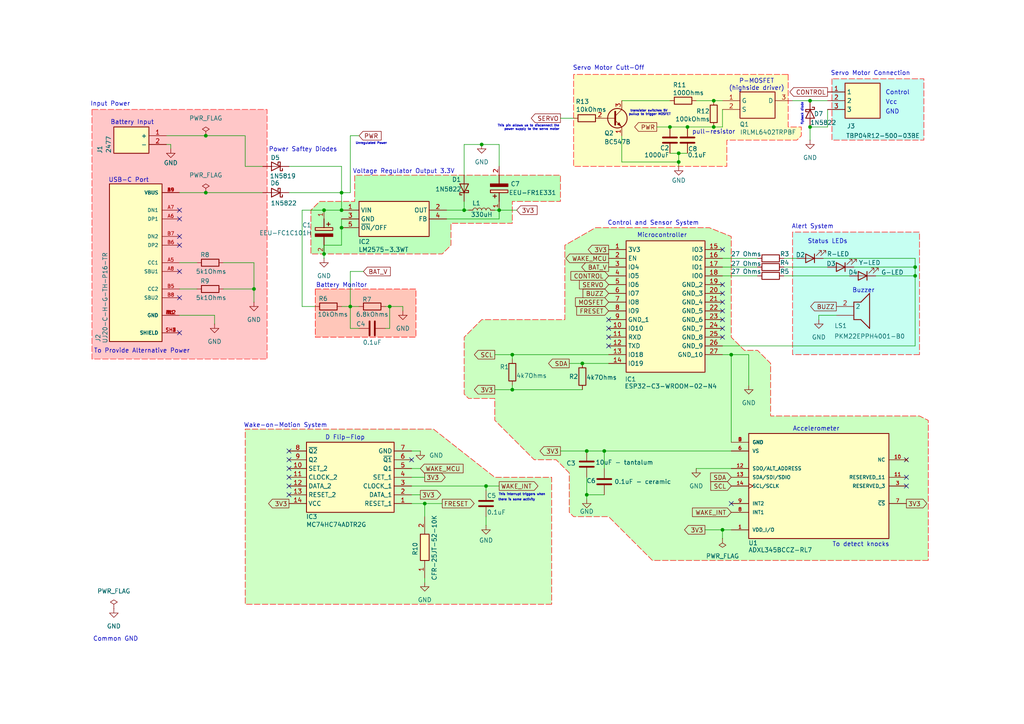
<source format=kicad_sch>
(kicad_sch (version 20250114) (generator "eeschema") (generator_version "9.0")
  (paper "A4")
  (title_block (title "KnockLockSchematic") (date "2025-10-26") (rev "1.3") (company "HSRW") (comment 1 "Group 04"))
  (lib_symbols
    (symbol "ADXL345BCCZ-RL7:ADXL345BCCZ-RL7" (pin_names (offset 1.016))
      (property "Reference" "U1" (at 0 -20.32 0))
      (property "Value" "ADXL345BCCZ-RL7" (at 0 -17.78 0))
      (symbol "ADXL345BCCZ-RL7_0_0"
        (pin input line (at -25.4 5.08 0) (length 5.08) (name "~{CS}") (number "7"))
        (pin passive line (at -25.4 0 0) (length 5.08) (name "RESERVED_3") (number "3"))
        (pin passive line (at -25.4 -2.54 0) (length 5.08) (name "RESERVED_11") (number "11"))
        (pin no_connect line (at -25.4 -7.62 0) (length 5.08) (name "NC") (number "10"))
        (pin power_in line (at 25.4 12.7 180) (length 5.08) (name "VDD_I/O") (number "1"))
        (pin output line (at 25.4 7.62 180) (length 5.08) (name "INT1") (number "8"))
        (pin output line (at 25.4 5.08 180) (length 5.08) (name "INT2") (number "9"))
        (pin bidirectional clock (at 25.4 0 180) (length 5.08) (name "SCL/SCLK") (number "14"))
        (pin bidirectional line (at 25.4 -2.54 180) (length 5.08) (name "SDA/SDI/SDIO") (number "13"))
        (pin bidirectional line (at 25.4 -5.08 180) (length 5.08) (name "SDO/ALT_ADDRESS") (number "12"))
        (pin power_in line (at 25.4 -10.16 180) (length 5.08) (name "VS") (number "6"))
        (pin power_in line (at 25.4 -12.7 180) (length 5.08) (name "GND") (number "2"))
        (pin power_in line (at 25.4 -12.7 180) (length 5.08) (name "GND") (number "4"))
        (pin power_in line (at 25.4 -12.7 180) (length 5.08) (name "GND") (number "5"))
      )
    )
    (symbol "Device:C" (pin_numbers (hide yes)) (pin_names (offset 0.254))
      (property "Reference" "C" (at 0.635 2.54 0))
      (property "Value" "C" (at 0.635 -2.54 0))
      (symbol "C_1_1"
        (pin passive line (at 0 3.81 270) (length 2.794) (name "~") (number "1"))
        (pin passive line (at 0 -3.81 90) (length 2.794) (name "~") (number "2"))
      )
    )
    (symbol "Device:L" (pin_numbers (hide yes)) (pin_names (offset 1.016) (hide yes))
      (property "Reference" "L" (at -1.27 0 90))
      (property "Value" "L" (at 1.905 0 90))
      (symbol "L_1_1"
        (pin passive line (at 0 3.81 270) (length 1.27) (name "1") (number "1"))
        (pin passive line (at 0 -3.81 90) (length 1.27) (name "2") (number "2"))
      )
    )
    (symbol "Device:LED" (pin_numbers (hide yes)) (pin_names (offset 1.016) (hide yes))
      (property "Reference" "D" (at 0 2.54 0))
      (property "Value" "LED" (at 0 -2.54 0))
      (symbol "LED_1_1"
        (pin passive line (at -3.81 0 0) (length 2.54) (name "K") (number "1"))
        (pin passive line (at 3.81 0 180) (length 2.54) (name "A") (number "2"))
      )
    )
    (symbol "Device:R" (pin_numbers (hide yes)) (pin_names (offset 0))
      (property "Reference" "R" (at 2.032 0 90))
      (property "Value" "R" (at 0 0 90))
      (symbol "R_1_1"
        (pin passive line (at 0 3.81 270) (length 1.27) (name "~") (number "1"))
        (pin passive line (at 0 -3.81 90) (length 1.27) (name "~") (number "2"))
      )
    )
    (symbol "Diode:1N5819" (pin_numbers (hide yes)) (pin_names (offset 1.016) (hide yes))
      (property "Reference" "D" (at 0 2.54 0))
      (property "Value" "1N5819" (at 0 -2.54 0))
      (symbol "1N5819_1_1"
        (pin passive line (at -3.81 0 0) (length 2.54) (name "K") (number "1"))
        (pin passive line (at 3.81 0 180) (length 2.54) (name "A") (number "2"))
      )
    )
    (symbol "Diode:1N5822" (pin_numbers (hide yes)) (pin_names (offset 1.016) (hide yes))
      (property "Reference" "D" (at 0 2.54 0))
      (property "Value" "1N5822" (at 0 -2.54 0))
      (symbol "1N5822_1_1"
        (pin passive line (at -3.81 0 0) (length 2.54) (name "K") (number "1"))
        (pin passive line (at 3.81 0 180) (length 2.54) (name "A") (number "2"))
      )
    )
    (symbol "SamacSys_Parts:2477"
      (property "Reference" "J" (at 16.51 7.62 0))
      (property "Value" "2477" (at 16.51 5.08 0))
      (symbol "2477_1_1"
        (pin passive line (at 0 0 0) (length 5.08) (name "-") (number "2"))
        (pin passive line (at 0 -2.54 0) (length 5.08) (name "+") (number "1"))
      )
    )
    (symbol "SamacSys_Parts:CFR-25JT-52-10K" (pin_names (hide yes))
      (property "Reference" "R" (at 13.97 6.35 0))
      (property "Value" "CFR-25JT-52-10K" (at 13.97 3.81 0))
      (symbol "CFR-25JT-52-10K_1_1"
        (pin passive line (at 0 0 0) (length 5.08) (name "1") (number "1"))
        (pin passive line (at 17.78 0 180) (length 5.08) (name "2") (number "2"))
      )
    )
    (symbol "SamacSys_Parts:EEU-FC1C101H" (pin_names (hide yes))
      (property "Reference" "C" (at 8.89 6.35 0))
      (property "Value" "EEU-FC1C101H" (at 8.89 3.81 0))
      (symbol "EEU-FC1C101H_1_1"
        (pin passive line (at 0 0 0) (length 2.54) (name "+") (number "1"))
        (pin passive line (at 12.7 0 180) (length 2.54) (name "-") (number "2"))
      )
    )
    (symbol "SamacSys_Parts:EEU-FR1E331" (pin_names (hide yes))
      (property "Reference" "C" (at 8.89 6.35 0))
      (property "Value" "EEU-FR1E331" (at 8.89 3.81 0))
      (symbol "EEU-FR1E331_1_1"
        (pin passive line (at 0 0 0) (length 2.54) (name "+") (number "1"))
        (pin passive line (at 12.7 0 180) (length 2.54) (name "-") (number "2"))
      )
    )
    (symbol "SamacSys_Parts:ESP32-C3-WROOM-02-N4"
      (property "Reference" "IC" (at 29.21 7.62 0))
      (property "Value" "ESP32-C3-WROOM-02-N4" (at 29.21 5.08 0))
      (symbol "ESP32-C3-WROOM-02-N4_1_1"
        (pin passive line (at 0 0 0) (length 5.08) (name "3V3") (number "1"))
        (pin passive line (at 0 -2.54 0) (length 5.08) (name "EN") (number "2"))
        (pin passive line (at 0 -5.08 0) (length 5.08) (name "IO4") (number "3"))
        (pin passive line (at 0 -7.62 0) (length 5.08) (name "IO5") (number "4"))
        (pin passive line (at 0 -10.16 0) (length 5.08) (name "IO6") (number "5"))
        (pin passive line (at 0 -12.7 0) (length 5.08) (name "IO7") (number "6"))
        (pin passive line (at 0 -15.24 0) (length 5.08) (name "IO8") (number "7"))
        (pin passive line (at 0 -17.78 0) (length 5.08) (name "IO9") (number "8"))
        (pin passive line (at 0 -20.32 0) (length 5.08) (name "GND_1") (number "9"))
        (pin passive line (at 0 -22.86 0) (length 5.08) (name "IO10") (number "10"))
        (pin passive line (at 0 -25.4 0) (length 5.08) (name "RXD") (number "11"))
        (pin passive line (at 0 -27.94 0) (length 5.08) (name "TXD") (number "12"))
        (pin passive line (at 0 -30.48 0) (length 5.08) (name "IO18") (number "13"))
        (pin passive line (at 0 -33.02 0) (length 5.08) (name "IO19") (number "14"))
        (pin passive line (at 33.02 0 180) (length 5.08) (name "IO3") (number "15"))
        (pin passive line (at 33.02 -2.54 180) (length 5.08) (name "IO2") (number "16"))
        (pin passive line (at 33.02 -5.08 180) (length 5.08) (name "IO1") (number "17"))
        (pin passive line (at 33.02 -7.62 180) (length 5.08) (name "IO0") (number "18"))
        (pin passive line (at 33.02 -10.16 180) (length 5.08) (name "GND_2") (number "19"))
        (pin passive line (at 33.02 -12.7 180) (length 5.08) (name "GND_3") (number "20"))
        (pin passive line (at 33.02 -15.24 180) (length 5.08) (name "GND_4") (number "21"))
        (pin passive line (at 33.02 -17.78 180) (length 5.08) (name "GND_5") (number "22"))
        (pin passive line (at 33.02 -20.32 180) (length 5.08) (name "GND_6") (number "23"))
        (pin passive line (at 33.02 -22.86 180) (length 5.08) (name "GND_7") (number "24"))
        (pin passive line (at 33.02 -25.4 180) (length 5.08) (name "GND_8") (number "25"))
        (pin passive line (at 33.02 -27.94 180) (length 5.08) (name "GND_9") (number "26"))
        (pin passive line (at 33.02 -30.48 180) (length 5.08) (name "GND_10") (number "27"))
      )
    )
    (symbol "SamacSys_Parts:IRLML6402TRPBF"
      (property "Reference" "Q" (at 16.51 7.62 0))
      (property "Value" "IRLML6402TRPBF" (at 16.51 5.08 0))
      (symbol "IRLML6402TRPBF_1_1"
        (pin passive line (at 0 0 0) (length 5.08) (name "G") (number "1"))
        (pin passive line (at 0 -2.54 0) (length 5.08) (name "S") (number "2"))
        (pin passive line (at 20.32 0 180) (length 5.08) (name "D") (number "3"))
      )
    )
    (symbol "SamacSys_Parts:LM2575-3.3WT"
      (property "Reference" "IC" (at 26.67 7.62 0))
      (property "Value" "LM2575-3.3WT" (at 26.67 5.08 0))
      (symbol "LM2575-3.3WT_1_1"
        (pin passive line (at 0 0 0) (length 5.08) (name "VIN") (number "1"))
        (pin passive line (at 0 -2.54 0) (length 5.08) (name "GND") (number "3"))
        (pin passive line (at 0 -5.08 0) (length 5.08) (name "~{ON}/OFF") (number "5"))
        (pin passive line (at 30.48 0 180) (length 5.08) (name "OUT") (number "2"))
        (pin passive line (at 30.48 -2.54 180) (length 5.08) (name "FB") (number "4"))
      )
    )
    (symbol "SamacSys_Parts:MC74HC74ADTR2G"
      (property "Reference" "IC" (at 31.75 7.62 0))
      (property "Value" "MC74HC74ADTR2G" (at 31.75 5.08 0))
      (symbol "MC74HC74ADTR2G_1_1"
        (pin passive line (at 0 0 0) (length 5.08) (name "RESET_1") (number "1"))
        (pin passive line (at 0 -2.54 0) (length 5.08) (name "DATA_1") (number "2"))
        (pin passive line (at 0 -5.08 0) (length 5.08) (name "CLOCK_1") (number "3"))
        (pin passive line (at 0 -7.62 0) (length 5.08) (name "SET_1") (number "4"))
        (pin passive line (at 0 -10.16 0) (length 5.08) (name "Q1") (number "5"))
        (pin passive line (at 0 -12.7 0) (length 5.08) (name "~{Q1}") (number "6"))
        (pin passive line (at 0 -15.24 0) (length 5.08) (name "GND") (number "7"))
        (pin passive line (at 35.56 0 180) (length 5.08) (name "VCC") (number "14"))
        (pin passive line (at 35.56 -2.54 180) (length 5.08) (name "RESET_2") (number "13"))
        (pin passive line (at 35.56 -5.08 180) (length 5.08) (name "DATA_2") (number "12"))
        (pin passive line (at 35.56 -7.62 180) (length 5.08) (name "CLOCK_2") (number "11"))
        (pin passive line (at 35.56 -10.16 180) (length 5.08) (name "SET_2") (number "10"))
        (pin passive line (at 35.56 -12.7 180) (length 5.08) (name "Q2") (number "9"))
        (pin passive line (at 35.56 -15.24 180) (length 5.08) (name "~{Q2}") (number "8"))
      )
    )
    (symbol "SamacSys_Parts:PKM22EPPH4001-B0"
      (property "Reference" "LS" (at 11.43 0 0))
      (property "Value" "PKM22EPPH4001-B0" (at 11.43 -2.54 0))
      (symbol "PKM22EPPH4001-B0_1_1"
        (pin passive line (at 0 0 0) (length 5.08) (name "2") (number "2"))
        (pin passive line (at 0 -2.54 0) (length 5.08) (name "") (number ""))
      )
    )
    (symbol "SamacSys_Parts:TBP04R12-500-03BE"
      (property "Reference" "J" (at 16.51 7.62 0))
      (property "Value" "TBP04R12-500-03BE" (at 16.51 5.08 0))
      (symbol "TBP04R12-500-03BE_1_1"
        (pin passive line (at 0 0 0) (length 5.08) (name "1") (number "1"))
        (pin passive line (at 0 -2.54 0) (length 5.08) (name "2") (number "2"))
        (pin passive line (at 0 -5.08 0) (length 5.08) (name "3") (number "3"))
      )
    )
    (symbol "Transistor_BJT:2N3904" (pin_names (offset 0) (hide yes))
      (property "Reference" "Q" (at 5.08 1.905 0))
      (property "Value" "2N3904" (at 5.08 0 0))
      (symbol "2N3904_1_1"
        (pin input line (at -5.08 0 0) (length 2.54) (name "B") (number "2"))
        (pin passive line (at 2.54 5.08 270) (length 2.54) (name "C") (number "3"))
        (pin passive line (at 2.54 -5.08 90) (length 2.54) (name "E") (number "1"))
      )
    )
    (symbol "UJ20-C-H-G-TH-P16-TR:UJ20-C-H-G-TH-P16-TR" (pin_names (offset 1.016))
      (property "Reference" "J" (at -7.62 23.622 0))
      (property "Value" "UJ20-C-H-G-TH-P16-TR" (at -7.62 -23.622 0))
      (symbol "UJ20-C-H-G-TH-P16-TR_0_0"
        (pin power_in line (at 12.7 20.32 180) (length 5.08) (name "VBUS") (number "A4"))
        (pin power_in line (at 12.7 20.32 180) (length 5.08) (name "VBUS") (number "A9"))
        (pin power_in line (at 12.7 20.32 180) (length 5.08) (name "VBUS") (number "B4"))
        (pin power_in line (at 12.7 20.32 180) (length 5.08) (name "VBUS") (number "B9"))
        (pin passive line (at 12.7 15.24 180) (length 5.08) (name "DN1") (number "A7"))
        (pin passive line (at 12.7 12.7 180) (length 5.08) (name "DP1") (number "A6"))
        (pin passive line (at 12.7 7.62 180) (length 5.08) (name "DN2") (number "B7"))
        (pin passive line (at 12.7 5.08 180) (length 5.08) (name "DP2") (number "B6"))
        (pin passive line (at 12.7 0 180) (length 5.08) (name "CC1") (number "A5"))
        (pin passive line (at 12.7 -2.54 180) (length 5.08) (name "SBU1") (number "A8"))
        (pin passive line (at 12.7 -7.62 180) (length 5.08) (name "CC2") (number "B5"))
        (pin passive line (at 12.7 -10.16 180) (length 5.08) (name "SBU2") (number "B8"))
        (pin power_in line (at 12.7 -15.24 180) (length 5.08) (name "GND") (number "A1"))
        (pin power_in line (at 12.7 -15.24 180) (length 5.08) (name "GND") (number "A12"))
        (pin power_in line (at 12.7 -15.24 180) (length 5.08) (name "GND") (number "B1"))
        (pin power_in line (at 12.7 -15.24 180) (length 5.08) (name "GND") (number "B12"))
        (pin passive line (at 12.7 -20.32 180) (length 5.08) (name "SHIELD") (number "SH1"))
        (pin passive line (at 12.7 -20.32 180) (length 5.08) (name "SHIELD") (number "SH2"))
        (pin passive line (at 12.7 -20.32 180) (length 5.08) (name "SHIELD") (number "SH3"))
        (pin passive line (at 12.7 -20.32 180) (length 5.08) (name "SHIELD") (number "SH4"))
      )
    )
    (symbol "power:GND" (power) (pin_numbers (hide yes)) (pin_names (offset 0) (hide yes))
      (property "Value" "GND" (at 0 -3.81 0))
      (symbol "GND_1_1"
        (pin power_in line (at 0 0 270) (length 0) (name "~") (number "1"))
      )
    )
    (symbol "power:PWR_FLAG" (power) (pin_numbers (hide yes)) (pin_names (offset 0) (hide yes))
      (property "Value" "PWR_FLAG" (at 0 3.81 0))
      (symbol "PWR_FLAG_0_0"
        (pin power_out line (at 0 0 90) (length 0) (name "~") (number "1"))
      )
    )
  )
  (text "D Flip-Flop\n" (at 100.076 127 0) (effects (font (size 1.27 1.27))))
  (text "Voltage Regulator Output 3.3V" (at 117.094 49.784 0) (effects (font (size 1.27 1.27))))
  (text "Power Saftey Diodes" (at 87.884 43.434 0) (effects (font (size 1.27 1.27))))
  (text "there is some activity" (at 149.86 145.034 0) (effects (font (size 0.635 0.635))))
  (text "Vcc\n" (at 258.572 29.718 0) (effects (font (size 1.27 1.27))))
  (text "Battery Input" (at 38.354 35.56 0) (effects (font (size 1.27 1.27))))
  (text "P-MOSFET\n(highside driver)\n" (at 219.456 24.638 0) (effects (font (size 1.27 1.27))))
  (text "This interrupt triggers when" (at 151.384 143.51 0) (effects (font (size 0.635 0.635))))
  (text "Control and Sensor System" (at 189.484 64.77 0) (effects (font (size 1.27 1.27))))
  (text "To detect knocks" (at 249.682 157.988 0) (effects (font (size 1.27 1.27))))
  (text "Control\n" (at 260.35 26.924 0) (effects (font (size 1.27 1.27))))
  (text "flyback diode" (at 232.664 33.02 90) (effects (font (size 0.635 0.635))))
  (text "Common GND" (at 33.528 185.42 0) (effects (font (size 1.27 1.27))))
  (text "Wake-on-Motion System" (at 82.804 123.444 0) (effects (font (size 1.27 1.27))))
  (text "Unregulated Power" (at 107.696 41.656 0) (effects (font (size 0.635 0.635))))
  (text "Servo Motor Cutt-Off\n" (at 176.53 19.812 0) (effects (font (size 1.27 1.27))))
  (text "GND\n" (at 258.826 32.512 0) (effects (font (size 1.27 1.27))))
  (text "Buzzer\n" (at 250.444 84.328 0) (effects (font (size 1.27 1.27))))
  (text "transistor switches 5V \npullup to trigger MOSFET" (at 188.468 32.766 0) (effects (font (size 0.635 0.635))))
  (text "Alert System" (at 235.712 65.786 0) (effects (font (size 1.27 1.27))))
  (text "Servo Motor Connection\n" (at 252.476 21.336 0) (effects (font (size 1.27 1.27))))
  (text "This pin allows us to disconnect the\npower supply to the servo motor" (at 162.306 37.084 0) (effects (font (size 0.635 0.635)) (justify right)))
  (text "Input Power" (at 32.004 30.226 0) (effects (font (size 1.27 1.27))))
  (text "Microcontroller" (at 192.024 68.326 0) (effects (font (size 1.27 1.27))))
  (text "Accelerometer" (at 236.728 124.46 0) (effects (font (size 1.27 1.27))))
  (text "Battery Monitor" (at 99.06 82.804 0) (effects (font (size 1.27 1.27))))
  (text "Status LEDs" (at 240.03 70.104 0) (effects (font (size 1.27 1.27))))
  (text "To Provide Alternative Power" (at 41.148 101.854 0) (effects (font (size 1.27 1.27))))
  (text "USB-C Port" (at 37.338 52.324 0) (effects (font (size 1.27 1.27))))
  (text "pull-resistor" (at 207.01 38.354 0) (effects (font (size 1.27 1.27))))
  (junction (at 265.43 77.47))
  (junction (at 73.66 83.82))
  (junction (at 175.26 130.81))
  (junction (at 265.43 80.01))
  (junction (at 139.7 41.91))
  (junction (at 199.39 36.83))
  (junction (at 140.97 140.97))
  (junction (at 209.55 153.67))
  (junction (at 93.98 60.96))
  (junction (at 194.31 36.83))
  (junction (at 123.19 146.05))
  (junction (at 234.95 36.83))
  (junction (at 170.18 143.51))
  (junction (at 113.03 88.9))
  (junction (at 168.91 105.41))
  (junction (at 99.06 55.88))
  (junction (at 99.06 60.96))
  (junction (at 101.6 88.9))
  (junction (at 59.69 39.37))
  (junction (at 93.98 73.66))
  (junction (at 144.78 60.96))
  (junction (at 207.01 29.21))
  (junction (at 196.85 46.99))
  (junction (at 170.18 130.81))
  (junction (at 134.62 60.96))
  (junction (at 99.06 66.04))
  (junction (at 234.95 29.21))
  (junction (at 212.09 102.87))
  (junction (at 196.85 44.45))
  (junction (at 148.59 102.87))
  (junction (at 148.59 113.03))
  (junction (at 59.69 55.88))
  (junction (at 207.01 36.83))
  (no_connect (at 176.53 100.33))
  (no_connect (at 176.53 97.79))
  (no_connect (at 83.82 138.43))
  (no_connect (at 52.07 71.12))
  (no_connect (at 209.55 82.55))
  (no_connect (at 52.07 86.36))
  (no_connect (at 209.55 95.25))
  (no_connect (at 52.07 60.96))
  (no_connect (at 262.89 138.43))
  (no_connect (at 52.07 96.52))
  (no_connect (at 176.53 92.71))
  (no_connect (at 209.55 87.63))
  (no_connect (at 176.53 95.25))
  (no_connect (at 209.55 72.39))
  (no_connect (at 52.07 63.5))
  (no_connect (at 209.55 97.79))
  (no_connect (at 262.89 133.35))
  (no_connect (at 209.55 90.17))
  (no_connect (at 83.82 130.81))
  (no_connect (at 209.55 85.09))
  (no_connect (at 52.07 68.58))
  (no_connect (at 209.55 92.71))
  (no_connect (at 83.82 135.89))
  (no_connect (at 83.82 140.97))
  (no_connect (at 52.07 78.74))
  (no_connect (at 212.09 146.05))
  (no_connect (at 262.89 140.97))
  (no_connect (at 83.82 143.51))
  (no_connect (at 83.82 133.35))
  (no_connect (at 119.38 133.35))
  (wire (pts (xy 52.07 76.2) (xy 57.15 76.2)))
  (wire (pts (xy 227.33 74.93) (xy 231.14 74.93)))
  (wire (pts (xy 180.34 39.37) (xy 180.34 46.99)))
  (wire (pts (xy 49.53 41.91) (xy 49.53 43.18)))
  (wire (pts (xy 73.66 76.2) (xy 73.66 83.82)))
  (wire (pts (xy 207.01 29.21) (xy 209.55 29.21)))
  (wire (pts (xy 119.38 135.89) (xy 121.92 135.89)))
  (wire (pts (xy 99.06 71.12) (xy 99.06 66.04)))
  (wire (pts (xy 196.85 48.26) (xy 196.85 46.99)))
  (wire (pts (xy 172.72 34.29) (xy 173.99 34.29)))
  (wire (pts (xy 111.76 95.25) (xy 113.03 95.25)))
  (wire (pts (xy 73.66 83.82) (xy 64.77 83.82)))
  (wire (pts (xy 134.62 41.91) (xy 139.7 41.91)))
  (wire (pts (xy 83.82 48.26) (xy 99.06 48.26)))
  (wire (pts (xy 143.51 102.87) (xy 148.59 102.87)))
  (wire (pts (xy 52.07 91.44) (xy 62.23 91.44)))
  (wire (pts (xy 175.26 143.51) (xy 170.18 143.51)))
  (wire (pts (xy 140.97 152.4) (xy 140.97 149.86)))
  (wire (pts (xy 99.06 60.96) (xy 93.98 60.96)))
  (wire (pts (xy 209.55 80.01) (xy 219.71 80.01)))
  (wire (pts (xy 148.59 111.76) (xy 148.59 113.03)))
  (wire (pts (xy 71.12 48.26) (xy 76.2 48.26)))
  (wire (pts (xy 165.1 105.41) (xy 168.91 105.41)))
  (wire (pts (xy 240.03 36.83) (xy 234.95 36.83)))
  (wire (pts (xy 162.56 34.29) (xy 166.37 34.29)))
  (wire (pts (xy 99.06 71.12) (xy 93.98 71.12)))
  (wire (pts (xy 119.38 146.05) (xy 123.19 146.05)))
  (wire (pts (xy 207.01 36.83) (xy 209.55 36.83)))
  (wire (pts (xy 144.78 60.96) (xy 144.78 63.5)))
  (wire (pts (xy 87.63 60.96) (xy 93.98 60.96)))
  (wire (pts (xy 140.97 140.97) (xy 140.97 142.24)))
  (wire (pts (xy 170.18 144.78) (xy 170.18 143.51)))
  (wire (pts (xy 194.31 36.83) (xy 199.39 36.83)))
  (wire (pts (xy 148.59 104.14) (xy 148.59 102.87)))
  (wire (pts (xy 101.6 39.37) (xy 104.14 39.37)))
  (wire (pts (xy 64.77 76.2) (xy 73.66 76.2)))
  (wire (pts (xy 180.34 46.99) (xy 196.85 46.99)))
  (wire (pts (xy 254 80.01) (xy 265.43 80.01)))
  (wire (pts (xy 129.54 63.5) (xy 144.78 63.5)))
  (wire (pts (xy 170.18 130.81) (xy 175.26 130.81)))
  (wire (pts (xy 217.17 102.87) (xy 217.17 111.76)))
  (wire (pts (xy 52.07 83.82) (xy 57.15 83.82)))
  (wire (pts (xy 111.76 88.9) (xy 113.03 88.9)))
  (wire (pts (xy 99.06 48.26) (xy 99.06 55.88)))
  (wire (pts (xy 168.91 105.41) (xy 176.53 105.41)))
  (wire (pts (xy 144.78 60.96) (xy 149.86 60.96)))
  (wire (pts (xy 148.59 113.03) (xy 143.51 113.03)))
  (wire (pts (xy 134.62 58.42) (xy 134.62 60.96)))
  (wire (pts (xy 238.76 74.93) (xy 265.43 74.93)))
  (wire (pts (xy 148.59 102.87) (xy 176.53 102.87)))
  (wire (pts (xy 105.41 78.74) (xy 101.6 78.74)))
  (wire (pts (xy 175.26 135.89) (xy 175.26 130.81)))
  (wire (pts (xy 234.95 36.83) (xy 234.95 40.64)))
  (wire (pts (xy 134.62 41.91) (xy 134.62 50.8)))
  (wire (pts (xy 209.55 153.67) (xy 212.09 153.67)))
  (wire (pts (xy 99.06 88.9) (xy 101.6 88.9)))
  (wire (pts (xy 123.19 138.43) (xy 119.38 138.43)))
  (wire (pts (xy 71.12 39.37) (xy 71.12 48.26)))
  (wire (pts (xy 93.98 71.12) (xy 93.98 73.66)))
  (wire (pts (xy 139.7 41.91) (xy 144.78 41.91)))
  (wire (pts (xy 204.47 153.67) (xy 209.55 153.67)))
  (wire (pts (xy 73.66 87.63) (xy 73.66 83.82)))
  (wire (pts (xy 119.38 143.51) (xy 121.92 143.51)))
  (wire (pts (xy 119.38 140.97) (xy 140.97 140.97)))
  (wire (pts (xy 101.6 55.88) (xy 101.6 39.37)))
  (wire (pts (xy 135.89 60.96) (xy 134.62 60.96)))
  (wire (pts (xy 101.6 78.74) (xy 101.6 88.9)))
  (wire (pts (xy 101.6 95.25) (xy 101.6 88.9)))
  (wire (pts (xy 201.93 29.21) (xy 207.01 29.21)))
  (wire (pts (xy 87.63 88.9) (xy 91.44 88.9)))
  (wire (pts (xy 101.6 88.9) (xy 104.14 88.9)))
  (wire (pts (xy 116.84 88.9) (xy 116.84 90.17)))
  (wire (pts (xy 247.65 77.47) (xy 265.43 77.47)))
  (wire (pts (xy 87.63 60.96) (xy 87.63 88.9)))
  (wire (pts (xy 180.34 29.21) (xy 194.31 29.21)))
  (wire (pts (xy 123.19 167.64) (xy 123.19 168.91)))
  (wire (pts (xy 144.78 41.91) (xy 144.78 48.26)))
  (wire (pts (xy 209.55 36.83) (xy 209.55 31.75)))
  (wire (pts (xy 199.39 36.83) (xy 207.01 36.83)))
  (wire (pts (xy 104.14 95.25) (xy 101.6 95.25)))
  (wire (pts (xy 209.55 100.33) (xy 265.43 100.33)))
  (wire (pts (xy 196.85 44.45) (xy 199.39 44.45)))
  (wire (pts (xy 265.43 77.47) (xy 265.43 80.01)))
  (wire (pts (xy 93.98 73.66) (xy 93.98 74.93)))
  (wire (pts (xy 123.19 146.05) (xy 128.27 146.05)))
  (wire (pts (xy 113.03 88.9) (xy 116.84 88.9)))
  (wire (pts (xy 242.57 91.44) (xy 237.49 91.44)))
  (wire (pts (xy 175.26 130.81) (xy 212.09 130.81)))
  (wire (pts (xy 148.59 113.03) (xy 168.91 113.03)))
  (wire (pts (xy 113.03 95.25) (xy 113.03 88.9)))
  (wire (pts (xy 217.17 102.87) (xy 212.09 102.87)))
  (wire (pts (xy 62.23 91.44) (xy 62.23 93.98)))
  (wire (pts (xy 196.85 46.99) (xy 196.85 44.45)))
  (wire (pts (xy 144.78 60.96) (xy 143.51 60.96)))
  (wire (pts (xy 201.93 135.89) (xy 212.09 135.89)))
  (wire (pts (xy 101.6 55.88) (xy 99.06 55.88)))
  (wire (pts (xy 209.55 74.93) (xy 219.71 74.93)))
  (wire (pts (xy 229.87 29.21) (xy 234.95 29.21)))
  (wire (pts (xy 240.03 31.75) (xy 240.03 36.83)))
  (wire (pts (xy 49.53 41.91) (xy 48.26 41.91)))
  (wire (pts (xy 99.06 55.88) (xy 99.06 60.96)))
  (wire (pts (xy 227.33 77.47) (xy 240.03 77.47)))
  (wire (pts (xy 237.49 91.44) (xy 237.49 92.71)))
  (wire (pts (xy 265.43 80.01) (xy 265.43 100.33)))
  (wire (pts (xy 59.69 39.37) (xy 71.12 39.37)))
  (wire (pts (xy 83.82 55.88) (xy 99.06 55.88)))
  (wire (pts (xy 121.92 130.81) (xy 119.38 130.81)))
  (wire (pts (xy 170.18 138.43) (xy 170.18 143.51)))
  (wire (pts (xy 59.69 55.88) (xy 76.2 55.88)))
  (wire (pts (xy 99.06 63.5) (xy 99.06 66.04)))
  (wire (pts (xy 59.69 55.88) (xy 52.07 55.88)))
  (wire (pts (xy 140.97 140.97) (xy 144.78 140.97)))
  (wire (pts (xy 212.09 102.87) (xy 212.09 128.27)))
  (wire (pts (xy 209.55 153.67) (xy 209.55 156.21)))
  (wire (pts (xy 129.54 60.96) (xy 134.62 60.96)))
  (wire (pts (xy 234.95 29.21) (xy 240.03 29.21)))
  (wire (pts (xy 209.55 77.47) (xy 219.71 77.47)))
  (wire (pts (xy 194.31 44.45) (xy 196.85 44.45)))
  (wire (pts (xy 265.43 74.93) (xy 265.43 77.47)))
  (wire (pts (xy 123.19 149.86) (xy 123.19 146.05)))
  (wire (pts (xy 162.56 130.81) (xy 170.18 130.81)))
  (wire (pts (xy 190.5 36.83) (xy 194.31 36.83)))
  (wire (pts (xy 209.55 102.87) (xy 212.09 102.87)))
  (wire (pts (xy 227.33 80.01) (xy 246.38 80.01)))
  (wire (pts (xy 48.26 39.37) (xy 59.69 39.37)))
  (global_label "WAKE_MCU" (shape input) (at 121.92 135.89 0) (property "Intersheetrefs" "${INTERSHEET_REFS}" (effects (hide yes))))
  (global_label "3V3" (shape input) (at 149.86 60.96 0) (property "Intersheetrefs" "${INTERSHEET_REFS}" (effects (hide yes))))
  (global_label "3V3" (shape output) (at 143.51 113.03 180) (property "Intersheetrefs" "${INTERSHEET_REFS}" (effects (hide yes))))
  (global_label "SERVO" (shape output) (at 162.56 34.29 180) (property "Intersheetrefs" "${INTERSHEET_REFS}" (effects (hide yes))))
  (global_label "BAT_V" (shape output) (at 176.53 77.47 180) (property "Intersheetrefs" "${INTERSHEET_REFS}" (effects (hide yes))))
  (global_label "3V3" (shape output) (at 83.82 146.05 180) (property "Intersheetrefs" "${INTERSHEET_REFS}" (effects (hide yes))))
  (global_label "SCL" (shape input) (at 212.09 140.97 180) (property "Intersheetrefs" "${INTERSHEET_REFS}" (effects (hide yes))))
  (global_label "WAKE_INT" (shape input) (at 212.09 148.59 180) (property "Intersheetrefs" "${INTERSHEET_REFS}" (effects (hide yes))))
  (global_label "SERVO" (shape input) (at 176.53 82.55 180) (property "Intersheetrefs" "${INTERSHEET_REFS}" (effects (hide yes))))
  (global_label "CONTROL" (shape input) (at 176.53 80.01 180) (property "Intersheetrefs" "${INTERSHEET_REFS}" (effects (hide yes))))
  (global_label "PWR" (shape output) (at 190.5 36.83 180) (property "Intersheetrefs" "${INTERSHEET_REFS}" (effects (hide yes))))
  (global_label "3V3" (shape output) (at 121.92 143.51 0) (property "Intersheetrefs" "${INTERSHEET_REFS}" (effects (hide yes))))
  (global_label "WAKE_INT" (shape output) (at 144.78 140.97 0) (property "Intersheetrefs" "${INTERSHEET_REFS}" (effects (hide yes))))
  (global_label "SDA" (shape output) (at 165.1 105.41 180) (property "Intersheetrefs" "${INTERSHEET_REFS}" (effects (hide yes))))
  (global_label "3V3" (shape output) (at 204.47 153.67 180) (property "Intersheetrefs" "${INTERSHEET_REFS}" (effects (hide yes))))
  (global_label "FRESET" (shape input) (at 176.53 90.17 180) (property "Intersheetrefs" "${INTERSHEET_REFS}" (effects (hide yes))))
  (global_label "FRESET" (shape output) (at 128.27 146.05 0) (property "Intersheetrefs" "${INTERSHEET_REFS}" (effects (hide yes))))
  (global_label "3V3" (shape output) (at 262.89 146.05 0) (property "Intersheetrefs" "${INTERSHEET_REFS}" (effects (hide yes))))
  (global_label "PWR" (shape input) (at 104.14 39.37 0) (property "Intersheetrefs" "${INTERSHEET_REFS}" (effects (hide yes))))
  (global_label "3V3" (shape output) (at 162.56 130.81 180) (property "Intersheetrefs" "${INTERSHEET_REFS}" (effects (hide yes))))
  (global_label "3V3" (shape output) (at 123.19 138.43 0) (property "Intersheetrefs" "${INTERSHEET_REFS}" (effects (hide yes))))
  (global_label "3V3" (shape output) (at 176.53 72.39 180) (property "Intersheetrefs" "${INTERSHEET_REFS}" (effects (hide yes))))
  (global_label "SDA" (shape input) (at 212.09 138.43 180) (property "Intersheetrefs" "${INTERSHEET_REFS}" (effects (hide yes))))
  (global_label "BUZZ" (shape output) (at 242.57 88.9 180) (property "Intersheetrefs" "${INTERSHEET_REFS}" (effects (hide yes))))
  (global_label "BAT_V" (shape input) (at 105.41 78.74 0) (property "Intersheetrefs" "${INTERSHEET_REFS}" (effects (hide yes))))
  (global_label "MOSFET" (shape input) (at 176.53 87.63 180) (property "Intersheetrefs" "${INTERSHEET_REFS}" (effects (hide yes))))
  (global_label "WAKE_MCU" (shape output) (at 176.53 74.93 180) (property "Intersheetrefs" "${INTERSHEET_REFS}" (effects (hide yes))))
  (global_label "SCL" (shape output) (at 143.51 102.87 180) (property "Intersheetrefs" "${INTERSHEET_REFS}" (effects (hide yes))))
  (global_label "CONTROL" (shape output) (at 240.03 26.67 180) (property "Intersheetrefs" "${INTERSHEET_REFS}" (effects (hide yes))))
  (global_label "BUZZ" (shape input) (at 176.53 85.09 180) (property "Intersheetrefs" "${INTERSHEET_REFS}" (effects (hide yes))))
  (rule_area (polyline (pts (xy 26.67 31.75) (xy 26.67 104.14) (xy 77.47 104.14) (xy 77.47 31.75)) (stroke (width 0) (type dash) (color 255 29 29 1)) (fill (type color) (color 255 68 70 0.3))))
  (rule_area (polyline (pts (xy 241.3 22.86) (xy 241.3 40.64) (xy 267.97 40.64) (xy 267.97 22.86)) (stroke (width 0) (type dash)) (fill (type color) (color 66 255 212 0.3019607843))))
  (rule_area (polyline (pts (xy 160.02 175.26) (xy 71.12 175.26) (xy 71.12 124.46) (xy 125.73 124.46) (xy 143.51 138.43) (xy 160.02 138.43)) (stroke (width 0) (type dash)) (fill (type color) (color 95 255 61 0.3))))
  (rule_area (polyline (pts (xy 228.6 21.59) (xy 228.6 36.83) (xy 232.41 36.83) (xy 232.41 39.37) (xy 231.14 40.64) (xy 210.82 40.64) (xy 210.82 48.26) (xy 166.37 48.26) (xy 166.37 21.59)) (stroke (width 0) (type dash)) (fill (type color) (color 245 255 58 0.3))))
  (rule_area (polyline (pts (xy 91.44 83.82) (xy 120.65 83.82) (xy 120.65 97.79) (xy 91.44 97.79)) (stroke (width 0) (type dash)) (fill (type color) (color 255 65 21 0.3))))
  (rule_area (polyline (pts (xy 269.24 162.56) (xy 189.23 162.56) (xy 176.53 149.86) (xy 166.37 149.86) (xy 165.1 148.59) (xy 165.1 137.16) (xy 161.29 133.35) (xy 154.94 133.35) (xy 143.51 121.92) (xy 143.51 115.57) (xy 135.89 115.57) (xy 134.62 114.3) (xy 134.62 97.79) (xy 139.7 92.71) (xy 163.83 92.71) (xy 163.83 72.39) (xy 163.83 71.12) (xy 172.72 66.04) (xy 205.74 66.04) (xy 212.09 68.58) (xy 212.09 97.79) (xy 215.9 101.6) (xy 219.71 101.6) (xy 223.52 105.41) (xy 223.52 120.65) (xy 265.43 120.65) (xy 266.7 120.65) (xy 269.24 121.92)) (stroke (width 0) (type dash)) (fill (type color) (color 82 255 48 0.3))))
  (rule_area (polyline (pts (xy 92.71 58.42) (xy 102.87 58.42) (xy 102.87 50.8) (xy 162.56 50.8) (xy 162.56 58.42) (xy 148.59 58.42) (xy 148.59 64.77) (xy 130.81 64.77) (xy 130.81 71.12) (xy 128.27 73.66) (xy 90.17 73.66) (xy 90.17 60.96)) (stroke (width 0) (type dash)) (fill (type color) (color 32 255 32 0.3))))
  (rule_area (polyline (pts (xy 266.7 102.87) (xy 229.87 102.87) (xy 229.87 67.31) (xy 266.7 67.31)) (stroke (width 0) (type dash)) (fill (type color) (color 66 255 212 0.3))))
  (symbol (lib_id "SamacSys_Parts:EEU-FC1C101H") (at 93.98 60.96 270) (unit 1)
    (property "Reference" "C1" (at 87.63 65.278 90) (effects (justify left)))
    (property "Value" "EEU-FC1C101H" (at 75.184 67.564 90) (effects (justify left)))
    (property "Footprint" "SamacSys_Parts:CAPPRD250W55D630H1220" (effects (hide yes)))
    (property "Datasheet" "http://industrial.panasonic.com/cdbs/www-data/pdf/RDF0000/ABA0000C1209.pdf" (effects (hide yes)))
    (property "Description" "Aluminium Electrolytic Capacitor, Radial Lead, AEC-Q200, 105?C" (effects (hide yes)))
    (property "Height" "12.2" (effects (hide yes)))
    (property "Mouser Part Number" "667-EEU-FC1C101H" (effects (hide yes)))
    (property "Mouser Price/Stock" "https://www.mouser.co.uk/ProductDetail/Panasonic/EEU-FC1C101H?qs=%2FC1U95aQ15szP%252BXx0reJVg%3D%3D" (effects (hide yes)))
    (property "Manufacturer_Name" "Panasonic" (effects (hide yes)))
    (property "Manufacturer_Part_Number" "EEU-FC1C101H" (effects (hide yes)))
  )
  (symbol (lib_id "Device:C") (at 175.26 139.7 180) (unit 1)
    (property "Reference" "C6" (at 171.45 139.446 0))
    (property "Value" "0.1uF - ceramic" (at 186.436 139.7 0))
    (property "Description" "Unpolarized capacitor" (effects (hide yes)))
  )
  (symbol (lib_id "SamacSys_Parts:CFR-25JT-52-10K") (at 123.19 167.64 90) (unit 1)
    (property "Reference" "R10" (at 120.396 157.226 0) (effects (justify right)))
    (property "Value" "CFR-25JT-52-10K" (at 125.984 149.352 0) (effects (justify right)))
    (property "Footprint" "SamacSys_Parts:RESAD1590W60L630D240" (effects (hide yes)))
    (property "Datasheet" "https://www.yageo.com/upload/media/product/productsearch/datasheet/lr/YAGEO%20CFR_datasheet_2021v0.pdf" (effects (hide yes)))
    (property "Description" "Carbon Film Resistors - Through Hole 10 kOhms 250 mW 5% -350/ +500 PPM / C" (effects (hide yes)))
    (property "Mouser Part Number" "603-CFR-25JT-52-10K" (effects (hide yes)))
    (property "Mouser Price/Stock" "https://www.mouser.co.uk/ProductDetail/YAGEO/CFR-25JT-52-10K?qs=sxZXDnvRBEh6BTlAYl6hWg%3D%3D" (effects (hide yes)))
    (property "Manufacturer_Name" "YAGEO" (effects (hide yes)))
    (property "Manufacturer_Part_Number" "CFR-25JT-52-10K" (effects (hide yes)))
  )
  (symbol (lib_id "Transistor_BJT:2N3904") (at 177.8 34.29 0) (unit 1)
    (property "Reference" "Q2" (at 175.26 38.608 0) (effects (justify left)))
    (property "Value" "BC547B" (at 175.26 41.148 0) (effects (justify left)))
    (property "Footprint" "Package_TO_SOT_THT:TO-92_HandSolder" (effects (hide yes)))
    (property "Datasheet" "https://www.onsemi.com/pub/Collateral/2N3903-D.PDF" (effects (hide yes)))
    (property "Description" "0.2A Ic, 40V Vce, Small Signal NPN Transistor, TO-92" (effects (hide yes)))
  )
  (symbol (lib_id "power:GND") (at 123.19 168.91 0) (unit 1)
    (property "Reference" "#PWR010" (effects (hide yes)))
    (property "Value" "GND" (at 123.19 173.99 0))
    (property "Description" "Power symbol creates a global label with name \"GND\" , ground" (effects (hide yes)))
  )
  (symbol (lib_id "Device:R") (at 223.52 80.01 90) (unit 1)
    (property "Reference" "R5" (at 227.584 78.74 90))
    (property "Value" "27 Ohms" (at 216.408 78.74 90))
    (property "Footprint" "SamacSys_Parts:RESAD1590W60L630D240" (effects (hide yes)))
    (property "Description" "Resistor" (effects (hide yes)))
  )
  (symbol (lib_id "SamacSys_Parts:TBP04R12-500-03BE") (at 240.03 26.67 0) (unit 1)
    (property "Reference" "J3" (at 245.618 36.576 0) (effects (justify left)))
    (property "Value" "TBP04R12-500-03BE" (at 245.364 39.37 0) (effects (justify left)))
    (property "Footprint" "TBP04R1250003BE" (effects (hide yes)))
    (property "Datasheet" "https://www.sameskydevices.com/product/resource/tbp04r12-500.pdf" (effects (hide yes)))
    (property "Description" "3 Position Terminal Block Header, Male Pins, Shrouded (4 Side) 0.197\" (5.00mm) 90, Right Angle Through Hole" (effects (hide yes)))
    (property "Height" "8.8" (effects (hide yes)))
    (property "Mouser Part Number" "179-TBP04R12-50003BE" (effects (hide yes)))
    (property "Mouser Price/Stock" "https://www.mouser.co.uk/ProductDetail/CUI-Devices/TBP04R12-500-03BE?qs=TCDPyi3sCW0NaxY6tKwPhA%3D%3D" (effects (hide yes)))
    (property "Manufacturer_Name" "Same Sky" (effects (hide yes)))
    (property "Manufacturer_Part_Number" "TBP04R12-500-03BE" (effects (hide yes)))
  )
  (symbol (lib_id "SamacSys_Parts:MC74HC74ADTR2G") (at 119.38 146.05 180) (unit 1)
    (property "Reference" "IC3" (at 90.424 149.86 0))
    (property "Value" "MC74HC74ADTR2G" (at 97.536 152.146 0))
    (property "Footprint" "SamacSys_Parts:SOP65P640X120-14N" (effects (hide yes)))
    (property "Datasheet" "https://www.onsemi.com/pub/Collateral/MC74HC74A-D.PDF" (effects (hide yes)))
    (property "Description" "Operating Voltage Range: 2.0 to 6.0 V; Output Drive Capability: 10 LSTTL Loads; In Compliance with the Requirements Defined by JEDEC Standard No. 7A; High Noise Immunity Characteristic of CMOS Devices; Chip Complexity: 128 FETs or 32 Equivalent Gates; Outputs Directly Interface to CMOS, NMOS, and TTL; Low Input Current: 1.0 mA; Pb-Free Packages are Available" (effects (hide yes)))
    (property "Height" "1.2" (effects (hide yes)))
    (property "Mouser Part Number" "863-MC74HC74ADTR2G" (effects (hide yes)))
    (property "Mouser Price/Stock" "https://www.mouser.co.uk/ProductDetail/onsemi/MC74HC74ADTR2G?qs=qg33o%252B8vzFpElZhsrDIJOg%3D%3D" (effects (hide yes)))
    (property "Manufacturer_Name" "onsemi" (effects (hide yes)))
    (property "Manufacturer_Part_Number" "MC74HC74ADTR2G" (effects (hide yes)))
  )
  (symbol (lib_id "power:GND") (at 116.84 90.17 0) (unit 1)
    (property "Reference" "#PWR07" (effects (hide yes)))
    (property "Value" "GND" (at 116.84 95.25 0))
    (property "Description" "Power symbol creates a global label with name \"GND\" , ground" (effects (hide yes)))
  )
  (symbol (lib_id "Device:LED") (at 234.95 74.93 180) (unit 1)
    (property "Reference" "D2" (at 232.156 73.914 0))
    (property "Value" "R-LED" (at 243.078 73.66 0))
    (property "Description" "Light emitting diode" (effects (hide yes)))
    (property "Sim.Pins" "1=K 2=A" (effects (hide yes)))
  )
  (symbol (lib_id "Device:C") (at 140.97 146.05 0) (unit 1)
    (property "Reference" "C5" (at 141.224 143.764 0) (effects (justify left)))
    (property "Value" "0.1uF" (at 141.224 148.59 0) (effects (justify left)))
    (property "Description" "Unpolarized capacitor" (effects (hide yes)))
  )
  (symbol (lib_id "Device:R") (at 198.12 29.21 90) (unit 1)
    (property "Reference" "R11" (at 197.104 24.638 90))
    (property "Value" "100Ohms" (at 199.644 26.924 90))
    (property "Description" "Resistor" (effects (hide yes)))
  )
  (symbol (lib_id "Device:LED") (at 243.84 77.47 180) (unit 1)
    (property "Reference" "D3" (at 241.046 76.454 0))
    (property "Value" "Y-LED" (at 252.222 76.2 0))
    (property "Description" "Light emitting diode" (effects (hide yes)))
    (property "Sim.Pins" "1=K 2=A" (effects (hide yes)))
  )
  (symbol (lib_id "power:GND") (at 33.02 176.53 0) (unit 1)
    (property "Reference" "#PWR02" (effects (hide yes)))
    (property "Value" "GND" (at 33.02 181.61 0))
    (property "Description" "Power symbol creates a global label with name \"GND\" , ground" (effects (hide yes)))
  )
  (symbol (lib_id "SamacSys_Parts:PKM22EPPH4001-B0") (at 242.57 88.9 0) (unit 1)
    (property "Reference" "LS1" (at 243.84 94.488 0))
    (property "Value" "PKM22EPPH4001-B0" (at 252.222 97.536 0))
    (property "Footprint" "SamacSys_Parts:PKM22EPPH4001B0" (effects (hide yes)))
    (property "Datasheet" "https://www.murata.com/products/productdata/8801054064670/SPEC-PKM22EPPH4001-B0.pdf?1517839211000" (effects (hide yes)))
    (property "Description" "Buzzers Transducer, Externally Driven Piezo 1.5 V 4kHz 75dB @ 1.5V, 10cm Through Hole PC Pins" (effects (hide yes)))
    (property "Height" "10.7" (effects (hide yes)))
    (property "Mouser Part Number" "81-PKM22EPPH4001-B0" (effects (hide yes)))
    (property "Mouser Price/Stock" "https://www.mouser.co.uk/ProductDetail/Murata-Electronics/PKM22EPPH4001-B0?qs=flZjIlU0hx2Fke4m2iZ9MA%3D%3D" (effects (hide yes)))
    (property "Manufacturer_Name" "Murata Electronics" (effects (hide yes)))
    (property "Manufacturer_Part_Number" "PKM22EPPH4001-B0" (effects (hide yes)))
  )
  (symbol (lib_id "Device:C") (at 170.18 134.62 180) (unit 1)
    (property "Reference" "C3" (at 165.608 134.366 0))
    (property "Value" "10uF - tantalum" (at 181.102 134.112 0))
    (property "Description" "Unpolarized capacitor" (effects (hide yes)))
  )
  (symbol (lib_id "power:GND") (at 73.66 87.63 0) (unit 1)
    (property "Reference" "#PWR011" (effects (hide yes)))
    (property "Value" "GND" (at 73.66 92.71 0))
    (property "Description" "Power symbol creates a global label with name \"GND\" , ground" (effects (hide yes)))
  )
  (symbol (lib_id "Device:R") (at 95.25 88.9 90) (unit 1)
    (property "Reference" "R6" (at 93.726 86.614 90))
    (property "Value" "10kOhms" (at 96.52 91.186 90))
    (property "Footprint" "SamacSys_Parts:RESAD1590W60L630D240" (effects (hide yes)))
    (property "Description" "Resistor" (effects (hide yes)))
  )
  (symbol (lib_id "Diode:1N5822") (at 234.95 33.02 270) (unit 1)
    (property "Reference" "D7" (at 238.76 33.02 90) (effects (justify right)))
    (property "Value" "1N5822" (at 242.57 35.56 90) (effects (justify right)))
    (property "Footprint" "Diode_THT:D_DO-201AD_P15.24mm_Horizontal" (effects (hide yes)))
    (property "Datasheet" "http://www.vishay.com/docs/88526/1n5820.pdf" (effects (hide yes)))
    (property "Description" "40V 3A Schottky Barrier Rectifier Diode, DO-201AD" (effects (hide yes)))
  )
  (symbol (lib_id "Device:R") (at 148.59 107.95 180) (unit 1)
    (property "Reference" "R1" (at 146.304 106.426 0))
    (property "Value" "4k7Ohms" (at 154.178 108.966 0))
    (property "Footprint" "SamacSys_Parts:RESAD1590W60L630D240" (effects (hide yes)))
    (property "Description" "Resistor" (effects (hide yes)))
  )
  (symbol (lib_id "Device:R") (at 170.18 34.29 90) (unit 1)
    (property "Reference" "R13" (at 168.91 29.464 90))
    (property "Value" "10kOhms" (at 171.45 31.75 90))
    (property "Description" "Resistor" (effects (hide yes)))
  )
  (symbol (lib_id "Device:R") (at 107.95 88.9 90) (unit 1)
    (property "Reference" "R7" (at 106.426 86.868 90))
    (property "Value" "6.8kOhms" (at 107.95 91.186 90))
    (property "Footprint" "SamacSys_Parts:RESAD1590W60L630D240" (effects (hide yes)))
    (property "Description" "Resistor" (effects (hide yes)))
  )
  (symbol (lib_id "SamacSys_Parts:IRLML6402TRPBF") (at 209.55 29.21 0) (unit 1)
    (property "Reference" "Q1" (at 215.9 36.068 0))
    (property "Value" "IRLML6402TRPBF" (at 222.758 38.354 0))
    (property "Footprint" "SOT95P237X112-3N" (effects (hide yes)))
    (property "Datasheet" "http://www.infineon.com/dgdl/irlml6402pbf.pdf?fileId=5546d462533600a401535668d5c2263c" (effects (hide yes)))
    (property "Description" "MOSFET MOSFT P-Ch -3.7A 65mOhm 8nC Log Lvl" (effects (hide yes)))
    (property "Height" "1.12" (effects (hide yes)))
    (property "Mouser Part Number" "942-IRLML6402TRPBF" (effects (hide yes)))
    (property "Mouser Price/Stock" "https://www.mouser.co.uk/ProductDetail/Infineon-Technologies/IRLML6402TRPBF?qs=9%252BKlkBgLFf0HuZuONx2Ewg%3D%3D" (effects (hide yes)))
    (property "Manufacturer_Name" "Infineon" (effects (hide yes)))
    (property "Manufacturer_Part_Number" "IRLML6402TRPBF" (effects (hide yes)))
  )
  (symbol (lib_id "SamacSys_Parts:LM2575-3.3WT") (at 99.06 60.96 0) (unit 1)
    (property "Reference" "IC2" (at 105.664 70.104 0))
    (property "Value" "LM2575-3.3WT" (at 111.252 72.39 0))
    (property "Footprint" "SamacSys_Parts:LM257533WT" (effects (hide yes)))
    (property "Datasheet" "https://ww1.microchip.com/downloads/en/DeviceDoc/lm2575.pdf" (effects (hide yes)))
    (property "Description" "Switching Voltage Regulators 1A Step-Down SMPS Regulator" (effects (hide yes)))
    (property "Height" "15.113" (effects (hide yes)))
    (property "Mouser Part Number" "998-LM2575-3.3WT" (effects (hide yes)))
    (property "Mouser Price/Stock" "https://www.mouser.co.uk/ProductDetail/Microchip-Technology/LM2575-3.3WT?qs=kh6iOki%2FeLFAZSEMjMNbiQ%3D%3D" (effects (hide yes)))
    (property "Manufacturer_Name" "Microchip" (effects (hide yes)))
    (property "Manufacturer_Part_Number" "LM2575-3.3WT" (effects (hide yes)))
  )
  (symbol (lib_id "power:GND") (at 234.95 40.64 0) (unit 1)
    (property "Reference" "#PWR015" (effects (hide yes)))
    (property "Value" "GND" (at 234.95 45.72 0))
    (property "Description" "Power symbol creates a global label with name \"GND\" , ground" (effects (hide yes)))
  )
  (symbol (lib_id "SamacSys_Parts:2477") (at 48.26 41.91 180) (unit 1)
    (property "Reference" "J1" (at 28.956 42.164 90) (effects (justify left)))
    (property "Value" "2477" (at 31.496 39.37 90) (effects (justify left)))
    (property "Footprint" "SamacSys_Parts:2477" (effects (hide yes)))
    (property "Datasheet" "https://www.keyelco.com/product-pdf.cfm?p=1039" (effects (hide yes)))
    (property "Description" "Cylindrical Battery Contacts, Clips, Holders & Springs 4AA PLASTIC HOLDER" (effects (hide yes)))
    (property "Height" "17.01" (effects (hide yes)))
    (property "Mouser Part Number" "534-2477" (effects (hide yes)))
    (property "Mouser Price/Stock" "https://www.mouser.co.uk/ProductDetail/Keystone-Electronics/2477?qs=Q3RoVmURDolEbXnNenQutg%3D%3D" (effects (hide yes)))
    (property "Manufacturer_Name" "Keystone Electronics" (effects (hide yes)))
    (property "Manufacturer_Part_Number" "2477" (effects (hide yes)))
  )
  (symbol (lib_id "power:GND") (at 217.17 111.76 0) (unit 1)
    (property "Reference" "#PWR014" (effects (hide yes)))
    (property "Value" "GND" (at 217.17 116.84 0))
    (property "Description" "Power symbol creates a global label with name \"GND\" , ground" (effects (hide yes)))
  )
  (symbol (lib_id "Device:R") (at 207.01 33.02 0) (unit 1)
    (property "Reference" "R12" (at 201.93 32.258 0) (effects (justify left)))
    (property "Value" "100kOhms" (at 195.834 34.544 0) (effects (justify left)))
    (property "Description" "Resistor" (effects (hide yes)))
  )
  (symbol (lib_id "power:GND") (at 196.85 48.26 0) (unit 1)
    (property "Reference" "#PWR016" (effects (hide yes)))
    (property "Value" "GND" (at 196.85 52.324 0))
    (property "Description" "Power symbol creates a global label with name \"GND\" , ground" (effects (hide yes)))
  )
  (symbol (lib_id "power:GND") (at 49.53 43.18 0) (unit 1)
    (property "Reference" "#PWR01" (effects (hide yes)))
    (property "Value" "GND" (at 49.53 47.244 0))
    (property "Description" "Power symbol creates a global label with name \"GND\" , ground" (effects (hide yes)))
  )
  (symbol (lib_id "Diode:1N5822") (at 134.62 54.61 90) (unit 1)
    (property "Reference" "D1" (at 131.064 52.07 90) (effects (justify right)))
    (property "Value" "1N5822" (at 126.238 54.864 90) (effects (justify right)))
    (property "Footprint" "Diode_THT:D_DO-201AD_P15.24mm_Horizontal" (effects (hide yes)))
    (property "Datasheet" "http://www.vishay.com/docs/88526/1n5820.pdf" (effects (hide yes)))
    (property "Description" "40V 3A Schottky Barrier Rectifier Diode, DO-201AD" (effects (hide yes)))
  )
  (symbol (lib_id "power:GND") (at 93.98 74.93 0) (unit 1)
    (property "Reference" "#PWR04" (effects (hide yes)))
    (property "Value" "GND" (at 93.98 80.01 0))
    (property "Description" "Power symbol creates a global label with name \"GND\" , ground" (effects (hide yes)))
  )
  (symbol (lib_id "ADXL345BCCZ-RL7:ADXL345BCCZ-RL7") (at 237.49 140.97 180) (unit 1)
    (property "Reference" "U1" (at 218.44 157.48 0))
    (property "Value" "ADXL345BCCZ-RL7" (at 226.314 159.512 0))
    (property "Footprint" "ADXL345BCCZ-RL7:PQFN80P500X300X100-14N" (effects (hide yes)))
    (property "MF" "Analog Devices" (effects (hide yes)))
    (property "SNAPEDA_PACKAGE_ID" "105924" (effects (hide yes)))
    (property "MAXIMUM_PACKAGE_HEIGHT" "1 mm" (effects (hide yes)))
    (property "Price" "None" (effects (hide yes)))
    (property "Package" "LGA -14 Analog Devices" (effects (hide yes)))
    (property "Check_prices" "https://www.snapeda.com/parts/ADXL345BCCZ-RL7/Analog+Devices/view-part/?ref=eda" (effects (hide yes)))
    (property "STANDARD" "IPC 7351B" (effects (hide yes)))
    (property "PARTREV" "B" (effects (hide yes)))
    (property "SnapEDA_Link" "https://www.snapeda.com/parts/ADXL345BCCZ-RL7/Analog+Devices/view-part/?ref=snap" (effects (hide yes)))
    (property "MP" "ADXL345BCCZ-RL7" (effects (hide yes)))
    (property "Description_1" "3-Axis, ±2 g/±4 g/±8 g/±16 g Digital Accelerometer" (effects (hide yes)))
    (property "MANUFACTURER" "Analog Devices" (effects (hide yes)))
    (property "Availability" "In Stock" (effects (hide yes)))
    (property "SNAPEDA_PN" "ADXL345BCCZ-RL7" (effects (hide yes)))
  )
  (symbol (lib_id "Device:C") (at 199.39 40.64 180) (unit 1)
    (property "Reference" "C8" (at 200.914 43.18 0))
    (property "Value" "0.1uF" (at 202.184 44.958 0))
    (property "Description" "Unpolarized capacitor" (effects (hide yes)))
  )
  (symbol (lib_id "power:PWR_FLAG") (at 59.69 55.88 0) (unit 1)
    (property "Reference" "#FLG02" (effects (hide yes)))
    (property "Value" "PWR_FLAG" (at 59.69 50.8 0))
    (property "Description" "Special symbol for telling ERC where power comes from" (effects (hide yes)))
  )
  (symbol (lib_id "Device:R") (at 168.91 109.22 180) (unit 1)
    (property "Reference" "R2" (at 166.37 109.22 0))
    (property "Value" "4k7Ohms" (at 174.498 109.474 0))
    (property "Footprint" "SamacSys_Parts:RESAD1590W60L630D240" (effects (hide yes)))
    (property "Description" "Resistor" (effects (hide yes)))
  )
  (symbol (lib_id "Device:R") (at 60.96 76.2 90) (unit 1)
    (property "Reference" "R8" (at 59.436 73.914 90))
    (property "Value" "5k1Ohms" (at 61.214 78.74 90))
    (property "Description" "Resistor" (effects (hide yes)))
  )
  (symbol (lib_id "Device:C") (at 194.31 40.64 180) (unit 1)
    (property "Reference" "C2" (at 192.786 42.926 0))
    (property "Value" "1000uF" (at 190.5 44.958 0))
    (property "Description" "Unpolarized capacitor" (effects (hide yes)))
  )
  (symbol (lib_id "power:PWR_FLAG") (at 209.55 156.21 180) (unit 1)
    (property "Reference" "#FLG01" (effects (hide yes)))
    (property "Value" "PWR_FLAG" (at 209.55 161.29 0))
    (property "Description" "Special symbol for telling ERC where power comes from" (effects (hide yes)))
  )
  (symbol (lib_id "power:GND") (at 170.18 144.78 0) (unit 1)
    (property "Reference" "#PWR05" (effects (hide yes)))
    (property "Value" "GND" (at 172.212 148.336 0) (effects (justify right)))
    (property "Description" "Power symbol creates a global label with name \"GND\" , ground" (effects (hide yes)))
  )
  (symbol (lib_id "Device:C") (at 107.95 95.25 90) (unit 1)
    (property "Reference" "C4" (at 104.648 93.98 90))
    (property "Value" "0.1uF" (at 107.95 99.314 90))
    (property "Description" "Unpolarized capacitor" (effects (hide yes)))
  )
  (symbol (lib_id "power:GND") (at 201.93 135.89 0) (unit 1)
    (property "Reference" "#PWR06" (effects (hide yes)))
    (property "Value" "GND" (at 201.93 140.97 0))
    (property "Description" "Power symbol creates a global label with name \"GND\" , ground" (effects (hide yes)))
  )
  (symbol (lib_id "UJ20-C-H-G-TH-P16-TR:UJ20-C-H-G-TH-P16-TR") (at 39.37 76.2 0) (unit 1)
    (property "Reference" "J2" (at 28.448 98.044 90))
    (property "Value" "UJ20-C-H-G-TH-P16-TR" (at 30.48 86.36 90))
    (property "Footprint" "UJ20-C-H-G-TH-P16-TR:SAMESKY_UJ20-C-H-G-TH-P16-TR" (effects (hide yes)))
    (property "MF" "Same Sky" (effects (hide yes)))
    (property "MAXIMUM_PACKAGE_HEIGHT" "3.21mm" (effects (hide yes)))
    (property "Package" "Package" (effects (hide yes)))
    (property "Price" "None" (effects (hide yes)))
    (property "Check_prices" "https://www.snapeda.com/parts/UJ20-C-H-G-TH-P16-TR/Same+Sky/view-part/?ref=eda" (effects (hide yes)))
    (property "STANDARD" "Manufacturer Recommendations" (effects (hide yes)))
    (property "PARTREV" "1.0" (effects (hide yes)))
    (property "SnapEDA_Link" "https://www.snapeda.com/parts/UJ20-C-H-G-TH-P16-TR/Same+Sky/view-part/?ref=snap" (effects (hide yes)))
    (property "MP" "UJ20-C-H-G-TH-P16-TR" (effects (hide yes)))
    (property "Description_1" "USB-C (USB TYPE-C) USB 2.0 Receptacle Connector 24 (16+8 Dummy) Position Through Hole, Right Angle" (effects (hide yes)))
    (property "Availability" "In Stock" (effects (hide yes)))
    (property "MANUFACTURER" "Same Sky" (effects (hide yes)))
  )
  (symbol (lib_id "Device:R") (at 223.52 74.93 90) (unit 1)
    (property "Reference" "R3" (at 227.584 73.66 90))
    (property "Value" "27 Ohms" (at 216.408 73.66 90))
    (property "Footprint" "SamacSys_Parts:RESAD1590W60L630D240" (effects (hide yes)))
    (property "Description" "Resistor" (effects (hide yes)))
  )
  (symbol (lib_id "Device:R") (at 223.52 77.47 90) (unit 1)
    (property "Reference" "R4" (at 227.584 76.2 90))
    (property "Value" "27 Ohms" (at 216.408 76.454 90))
    (property "Footprint" "SamacSys_Parts:RESAD1590W60L630D240" (effects (hide yes)))
    (property "Description" "Resistor" (effects (hide yes)))
  )
  (symbol (lib_id "power:GND") (at 237.49 92.71 0) (unit 1)
    (property "Reference" "#PWR013" (effects (hide yes)))
    (property "Value" "GND" (at 237.49 97.79 0))
    (property "Description" "Power symbol creates a global label with name \"GND\" , ground" (effects (hide yes)))
  )
  (symbol (lib_id "Diode:1N5822") (at 80.01 55.88 180) (unit 1)
    (property "Reference" "D6" (at 79.756 53.086 0))
    (property "Value" "1N5822" (at 82.296 58.928 0))
    (property "Footprint" "Diode_THT:D_DO-201AD_P15.24mm_Horizontal" (effects (hide yes)))
    (property "Datasheet" "http://www.vishay.com/docs/88526/1n5820.pdf" (effects (hide yes)))
    (property "Description" "40V 3A Schottky Barrier Rectifier Diode, DO-201AD" (effects (hide yes)))
  )
  (symbol (lib_id "power:PWR_FLAG") (at 33.02 176.53 0) (unit 1)
    (property "Reference" "#FLG04" (effects (hide yes)))
    (property "Value" "PWR_FLAG" (at 33.02 171.45 0))
    (property "Description" "Special symbol for telling ERC where power comes from" (effects (hide yes)))
  )
  (symbol (lib_id "Device:R") (at 60.96 83.82 90) (unit 1)
    (property "Reference" "R9" (at 59.436 81.534 90))
    (property "Value" "5k1Ohms" (at 61.214 86.36 90))
    (property "Description" "Resistor" (effects (hide yes)))
  )
  (symbol (lib_id "power:GND") (at 139.7 41.91 0) (unit 1)
    (property "Reference" "#PWR03" (effects (hide yes)))
    (property "Value" "GND" (at 139.7 46.99 0))
    (property "Description" "Power symbol creates a global label with name \"GND\" , ground" (effects (hide yes)))
  )
  (symbol (lib_id "Device:LED") (at 250.19 80.01 180) (unit 1)
    (property "Reference" "D4" (at 247.396 78.994 0))
    (property "Value" "G-LED" (at 258.826 78.994 0))
    (property "Description" "Light emitting diode" (effects (hide yes)))
    (property "Sim.Pins" "1=K 2=A" (effects (hide yes)))
  )
  (symbol (lib_id "Device:L") (at 139.7 60.96 90) (unit 1)
    (property "Reference" "L1" (at 138.176 58.928 90))
    (property "Value" "330uH" (at 139.7 62.23 90))
    (property "Description" "Inductor" (effects (hide yes)))
  )
  (symbol (lib_id "SamacSys_Parts:ESP32-C3-WROOM-02-N4") (at 176.53 72.39 0) (unit 1)
    (property "Reference" "IC1" (at 182.88 109.982 0))
    (property "Value" "ESP32-C3-WROOM-02-N4" (at 194.564 112.014 0))
    (property "Footprint" "SamacSys_Parts:ESP32C3WROOM02N4" (effects (hide yes)))
    (property "Datasheet" "https://www.mouser.ch/datasheet/2/891/Espressif_ESP32_C3_WROOM_02-2006871.pdf" (effects (hide yes)))
    (property "Description" "WiFi Modules (802.11) (Engineering Samples) SMD module, ESP32-C3, 4MB SPI flash, PCB antenna, -40 C +85 C" (effects (hide yes)))
    (property "Height" "3.35" (effects (hide yes)))
    (property "Mouser Part Number" "356-ESP32C3WROOM02N4" (effects (hide yes)))
    (property "Mouser Price/Stock" "https://www.mouser.co.uk/ProductDetail/Espressif-Systems/ESP32-C3-WROOM-02-N4?qs=stqOd1AaK7%2FqjTZKEOgfUg%3D%3D" (effects (hide yes)))
    (property "Manufacturer_Name" "Espressif Systems" (effects (hide yes)))
    (property "Manufacturer_Part_Number" "ESP32-C3-WROOM-02-N4" (effects (hide yes)))
  )
  (symbol (lib_id "SamacSys_Parts:EEU-FR1E331") (at 144.78 60.96 90) (unit 1)
    (property "Reference" "C7" (at 148.082 53.34 90) (effects (justify right)))
    (property "Value" "EEU-FR1E331" (at 147.574 55.88 90) (effects (justify right)))
    (property "Footprint" "SamacSys_Parts:CAPPRD350W65D800H1300" (effects (hide yes)))
    (property "Datasheet" "http://industrial.panasonic.com/cdbs/www-data/pdf/RDF0000/ABA0000C1259.pdf" (effects (hide yes)))
    (property "Description" "Panasonic 330uF 25 V dc Aluminium Electrolytic Capacitor, FR Radial Series 6000h 8 (Dia.) x 11.5mm" (effects (hide yes)))
    (property "Height" "13" (effects (hide yes)))
    (property "Mouser Part Number" "667-EEU-FR1E331" (effects (hide yes)))
    (property "Mouser Price/Stock" "https://www.mouser.co.uk/ProductDetail/Panasonic/EEU-FR1E331?qs=Uw8ySfEHS7IWkhRa2g6NVA%3D%3D" (effects (hide yes)))
    (property "Manufacturer_Name" "Panasonic" (effects (hide yes)))
    (property "Manufacturer_Part_Number" "EEU-FR1E331" (effects (hide yes)))
  )
  (symbol (lib_id "Diode:1N5819") (at 80.01 48.26 180) (unit 1)
    (property "Reference" "D5" (at 78.486 45.72 0) (effects (justify right)))
    (property "Value" "1N5819" (at 78.232 51.054 0) (effects (justify right)))
    (property "Footprint" "Diode_THT:D_DO-41_SOD81_P10.16mm_Horizontal" (effects (hide yes)))
    (property "Datasheet" "http://www.vishay.com/docs/88525/1n5817.pdf" (effects (hide yes)))
    (property "Description" "40V 1A Schottky Barrier Rectifier Diode, DO-41" (effects (hide yes)))
  )
  (symbol (lib_id "power:GND") (at 121.92 130.81 0) (unit 1)
    (property "Reference" "#PWR08" (effects (hide yes)))
    (property "Value" "GND" (at 124.46 132.0799 0) (effects (justify left)))
    (property "Description" "Power symbol creates a global label with name \"GND\" , ground" (effects (hide yes)))
  )
  (symbol (lib_id "power:PWR_FLAG") (at 59.69 39.37 0) (unit 1)
    (property "Reference" "#FLG03" (effects (hide yes)))
    (property "Value" "PWR_FLAG" (at 59.69 34.29 0))
    (property "Description" "Special symbol for telling ERC where power comes from" (effects (hide yes)))
  )
  (symbol (lib_id "power:GND") (at 62.23 93.98 0) (unit 1)
    (property "Reference" "#PWR09" (effects (hide yes)))
    (property "Value" "GND" (at 62.23 99.06 0))
    (property "Description" "Power symbol creates a global label with name \"GND\" , ground" (effects (hide yes)))
  )
  (symbol (lib_id "power:GND") (at 140.97 152.4 0) (unit 1)
    (property "Reference" "#PWR012" (effects (hide yes)))
    (property "Value" "GND" (at 140.97 156.718 0))
    (property "Description" "Power symbol creates a global label with name \"GND\" , ground" (effects (hide yes)))
  )
)
</source>
